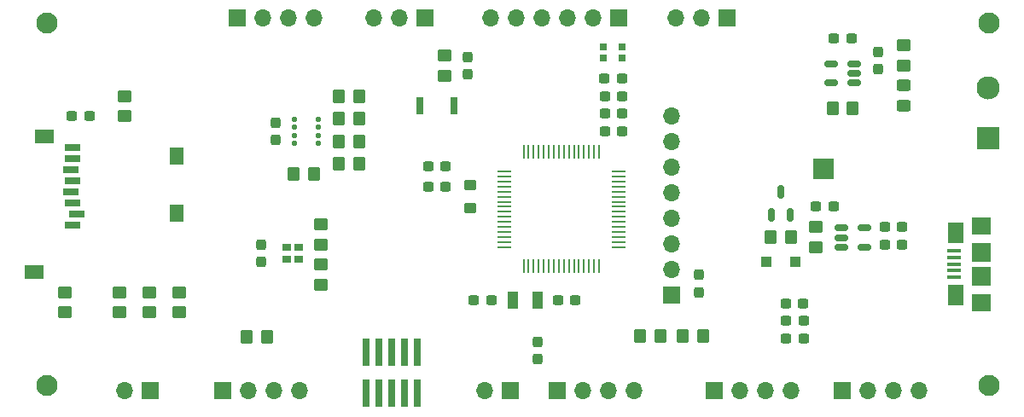
<source format=gbr>
%TF.GenerationSoftware,KiCad,Pcbnew,7.0.2-0*%
%TF.CreationDate,2024-03-04T00:44:33-08:00*%
%TF.ProjectId,EE156_4_Layer,45453135-365f-4345-9f4c-617965722e6b,rev?*%
%TF.SameCoordinates,Original*%
%TF.FileFunction,Soldermask,Top*%
%TF.FilePolarity,Negative*%
%FSLAX46Y46*%
G04 Gerber Fmt 4.6, Leading zero omitted, Abs format (unit mm)*
G04 Created by KiCad (PCBNEW 7.0.2-0) date 2024-03-04 00:44:33*
%MOMM*%
%LPD*%
G01*
G04 APERTURE LIST*
G04 Aperture macros list*
%AMRoundRect*
0 Rectangle with rounded corners*
0 $1 Rounding radius*
0 $2 $3 $4 $5 $6 $7 $8 $9 X,Y pos of 4 corners*
0 Add a 4 corners polygon primitive as box body*
4,1,4,$2,$3,$4,$5,$6,$7,$8,$9,$2,$3,0*
0 Add four circle primitives for the rounded corners*
1,1,$1+$1,$2,$3*
1,1,$1+$1,$4,$5*
1,1,$1+$1,$6,$7*
1,1,$1+$1,$8,$9*
0 Add four rect primitives between the rounded corners*
20,1,$1+$1,$2,$3,$4,$5,0*
20,1,$1+$1,$4,$5,$6,$7,0*
20,1,$1+$1,$6,$7,$8,$9,0*
20,1,$1+$1,$8,$9,$2,$3,0*%
G04 Aperture macros list end*
%ADD10R,0.660400X2.768600*%
%ADD11R,1.346200X0.279400*%
%ADD12R,0.279400X1.346200*%
%ADD13RoundRect,0.250000X0.450000X-0.350000X0.450000X0.350000X-0.450000X0.350000X-0.450000X-0.350000X0*%
%ADD14RoundRect,0.237500X0.237500X-0.300000X0.237500X0.300000X-0.237500X0.300000X-0.237500X-0.300000X0*%
%ADD15R,0.800000X1.700000*%
%ADD16R,1.700000X1.700000*%
%ADD17O,1.700000X1.700000*%
%ADD18R,1.000000X1.800000*%
%ADD19RoundRect,0.250000X0.300000X0.300000X-0.300000X0.300000X-0.300000X-0.300000X0.300000X-0.300000X0*%
%ADD20RoundRect,0.125000X-0.137500X0.125000X-0.137500X-0.125000X0.137500X-0.125000X0.137500X0.125000X0*%
%ADD21R,0.812800X0.660400*%
%ADD22RoundRect,0.150000X-0.512500X-0.150000X0.512500X-0.150000X0.512500X0.150000X-0.512500X0.150000X0*%
%ADD23RoundRect,0.150000X0.512500X0.150000X-0.512500X0.150000X-0.512500X-0.150000X0.512500X-0.150000X0*%
%ADD24R,2.000000X2.000000*%
%ADD25RoundRect,0.250000X-0.450000X0.350000X-0.450000X-0.350000X0.450000X-0.350000X0.450000X0.350000X0*%
%ADD26RoundRect,0.250000X0.350000X0.450000X-0.350000X0.450000X-0.350000X-0.450000X0.350000X-0.450000X0*%
%ADD27RoundRect,0.250000X-0.350000X-0.450000X0.350000X-0.450000X0.350000X0.450000X-0.350000X0.450000X0*%
%ADD28RoundRect,0.150000X0.150000X-0.512500X0.150000X0.512500X-0.150000X0.512500X-0.150000X-0.512500X0*%
%ADD29RoundRect,0.250000X-0.350000X0.275000X-0.350000X-0.275000X0.350000X-0.275000X0.350000X0.275000X0*%
%ADD30R,1.900000X1.400000*%
%ADD31R,1.400000X1.800000*%
%ADD32R,1.500000X0.800000*%
%ADD33C,2.300000*%
%ADD34R,2.300000X2.300000*%
%ADD35R,1.900000X1.800000*%
%ADD36R,1.900000X1.900000*%
%ADD37R,1.600000X2.100000*%
%ADD38R,1.350000X0.400000*%
%ADD39C,2.100000*%
%ADD40RoundRect,0.250000X0.450000X-0.325000X0.450000X0.325000X-0.450000X0.325000X-0.450000X-0.325000X0*%
%ADD41R,0.700000X0.700000*%
%ADD42RoundRect,0.237500X-0.237500X0.300000X-0.237500X-0.300000X0.237500X-0.300000X0.237500X0.300000X0*%
%ADD43RoundRect,0.237500X-0.300000X-0.237500X0.300000X-0.237500X0.300000X0.237500X-0.300000X0.237500X0*%
%ADD44RoundRect,0.237500X0.300000X0.237500X-0.300000X0.237500X-0.300000X-0.237500X0.300000X-0.237500X0*%
G04 APERTURE END LIST*
D10*
%TO.C,J4*%
X194500000Y-122460004D03*
X194500000Y-126500000D03*
X193230000Y-122460004D03*
X193230000Y-126500000D03*
X191960000Y-122460004D03*
X191960000Y-126500000D03*
X190690000Y-122460004D03*
X190690000Y-126500000D03*
X189420000Y-122460004D03*
X189420000Y-126500000D03*
%TD*%
D11*
%TO.C,U1*%
X203146200Y-112000000D03*
X203146200Y-111500001D03*
X203146200Y-111000000D03*
X203146200Y-110500001D03*
X203146200Y-109999999D03*
X203146200Y-109500000D03*
X203146200Y-109000001D03*
X203146200Y-108500000D03*
X203146200Y-108000000D03*
X203146200Y-107499999D03*
X203146200Y-107000000D03*
X203146200Y-106500001D03*
X203146200Y-105999999D03*
X203146200Y-105500000D03*
X203146200Y-104999999D03*
X203146200Y-104500000D03*
D12*
X205073100Y-102573100D03*
X205573099Y-102573100D03*
X206073100Y-102573100D03*
X206573099Y-102573100D03*
X207073101Y-102573100D03*
X207573100Y-102573100D03*
X208073099Y-102573100D03*
X208573100Y-102573100D03*
X209073100Y-102573100D03*
X209573101Y-102573100D03*
X210073100Y-102573100D03*
X210573099Y-102573100D03*
X211073101Y-102573100D03*
X211573100Y-102573100D03*
X212073101Y-102573100D03*
X212573100Y-102573100D03*
D11*
X214500000Y-104500000D03*
X214500000Y-104999999D03*
X214500000Y-105500000D03*
X214500000Y-105999999D03*
X214500000Y-106500001D03*
X214500000Y-107000000D03*
X214500000Y-107499999D03*
X214500000Y-108000000D03*
X214500000Y-108500000D03*
X214500000Y-109000001D03*
X214500000Y-109500000D03*
X214500000Y-109999999D03*
X214500000Y-110500001D03*
X214500000Y-111000000D03*
X214500000Y-111500001D03*
X214500000Y-112000000D03*
D12*
X212573100Y-113926900D03*
X212073101Y-113926900D03*
X211573100Y-113926900D03*
X211073101Y-113926900D03*
X210573099Y-113926900D03*
X210073100Y-113926900D03*
X209573101Y-113926900D03*
X209073100Y-113926900D03*
X208573100Y-113926900D03*
X208073099Y-113926900D03*
X207573100Y-113926900D03*
X207073101Y-113926900D03*
X206573099Y-113926900D03*
X206073100Y-113926900D03*
X205573099Y-113926900D03*
X205073100Y-113926900D03*
%TD*%
D13*
%TO.C,R3*%
X197250000Y-95000000D03*
X197250000Y-93000000D03*
%TD*%
D14*
%TO.C,C6*%
X199500000Y-94862500D03*
X199500000Y-93137500D03*
%TD*%
D15*
%TO.C,S1*%
X198200000Y-98000000D03*
X194800000Y-98000000D03*
%TD*%
D16*
%TO.C,J16*%
X219750000Y-116790000D03*
D17*
X219750000Y-114250000D03*
X219750000Y-111710000D03*
X219750000Y-109170000D03*
X219750000Y-106630000D03*
X219750000Y-104090000D03*
X219750000Y-101550000D03*
X219750000Y-99010000D03*
%TD*%
D18*
%TO.C,X1*%
X204000000Y-117250000D03*
X206500000Y-117250000D03*
%TD*%
D19*
%TO.C,D2*%
X232000000Y-113500000D03*
X229200000Y-113500000D03*
%TD*%
D20*
%TO.C,U6*%
X182312500Y-99300000D03*
X182312500Y-100100000D03*
X182312500Y-100900000D03*
X182312500Y-101700000D03*
X184687500Y-101700000D03*
X184687500Y-100900000D03*
X184687500Y-100100000D03*
X184687500Y-99300000D03*
%TD*%
D21*
%TO.C,U4*%
X182750000Y-112050002D03*
X182750000Y-113250000D03*
X181556200Y-113250000D03*
X181556200Y-112050002D03*
%TD*%
D22*
%TO.C,U3*%
X238862500Y-110100000D03*
X238862500Y-112000000D03*
X236587500Y-112000000D03*
X236587500Y-111050000D03*
X236587500Y-110100000D03*
%TD*%
D23*
%TO.C,U2*%
X235612500Y-95700000D03*
X235612500Y-93800000D03*
X237887500Y-93800000D03*
X237887500Y-94750000D03*
X237887500Y-95700000D03*
%TD*%
D24*
%TO.C,TP1*%
X234862500Y-104250000D03*
%TD*%
D13*
%TO.C,R22*%
X185000000Y-113750000D03*
X185000000Y-115750000D03*
%TD*%
D25*
%TO.C,R21*%
X185000000Y-111750000D03*
X185000000Y-109750000D03*
%TD*%
D13*
%TO.C,R18*%
X170900000Y-116500000D03*
X170900000Y-118500000D03*
%TD*%
%TO.C,R17*%
X167950000Y-116500000D03*
X167950000Y-118500000D03*
%TD*%
%TO.C,R16*%
X165000000Y-116500000D03*
X165000000Y-118500000D03*
%TD*%
%TO.C,R15*%
X159550000Y-116500000D03*
X159550000Y-118500000D03*
%TD*%
D26*
%TO.C,R14*%
X186750000Y-99250000D03*
X188750000Y-99250000D03*
%TD*%
%TO.C,R13*%
X186750000Y-101500000D03*
X188750000Y-101500000D03*
%TD*%
%TO.C,R12*%
X186750000Y-103750000D03*
X188750000Y-103750000D03*
%TD*%
D27*
%TO.C,R11*%
X184250000Y-104750000D03*
X182250000Y-104750000D03*
%TD*%
D25*
%TO.C,R10*%
X165500000Y-99000000D03*
X165500000Y-97000000D03*
%TD*%
D27*
%TO.C,R9*%
X188750000Y-97000000D03*
X186750000Y-97000000D03*
%TD*%
D26*
%TO.C,R8*%
X235750000Y-98250000D03*
X237750000Y-98250000D03*
%TD*%
D13*
%TO.C,R7*%
X234112500Y-110000000D03*
X234112500Y-112000000D03*
%TD*%
D25*
%TO.C,R6*%
X242750000Y-93975000D03*
X242750000Y-91975000D03*
%TD*%
D26*
%TO.C,R5*%
X229612500Y-111000000D03*
X231612500Y-111000000D03*
%TD*%
%TO.C,R4*%
X177600000Y-120900000D03*
X179600000Y-120900000D03*
%TD*%
D27*
%TO.C,R2*%
X218650000Y-120800000D03*
X216650000Y-120800000D03*
%TD*%
%TO.C,R1*%
X222900000Y-120800000D03*
X220900000Y-120800000D03*
%TD*%
D28*
%TO.C,Q1*%
X230612500Y-106500000D03*
X231562500Y-108775000D03*
X229662500Y-108775000D03*
%TD*%
D29*
%TO.C,L1*%
X199750000Y-108150000D03*
X199750000Y-105850000D03*
%TD*%
D17*
%TO.C,J15*%
X184250000Y-89250000D03*
X181710000Y-89250000D03*
X179170000Y-89250000D03*
D16*
X176630000Y-89250000D03*
%TD*%
D30*
%TO.C,J14*%
X156500000Y-114500000D03*
X157500000Y-100990000D03*
D31*
X170650000Y-102950000D03*
X170650000Y-108650000D03*
D32*
X160350000Y-102140000D03*
X160350000Y-103240000D03*
X160150000Y-104340000D03*
X160350000Y-105440000D03*
X160150000Y-106540000D03*
X160350000Y-107640000D03*
X160750000Y-108740000D03*
X160350000Y-109840000D03*
%TD*%
D33*
%TO.C,J13*%
X251200000Y-96200000D03*
D34*
X251200000Y-101200000D03*
%TD*%
D17*
%TO.C,J12*%
X244330000Y-126250000D03*
X241790000Y-126250000D03*
X239250000Y-126250000D03*
D16*
X236710000Y-126250000D03*
%TD*%
D17*
%TO.C,J11*%
X231580000Y-126250000D03*
X229040000Y-126250000D03*
X226500000Y-126250000D03*
D16*
X223960000Y-126250000D03*
%TD*%
D35*
%TO.C,J10*%
X250500000Y-117500000D03*
X250500000Y-109900000D03*
D36*
X250500000Y-114900000D03*
X250500000Y-112500000D03*
D37*
X247950000Y-116800000D03*
X247950000Y-110600000D03*
D38*
X247825000Y-115000000D03*
X247825000Y-113050000D03*
X247825000Y-112400000D03*
X247825000Y-114350000D03*
X247825000Y-113700000D03*
%TD*%
D17*
%TO.C,J8*%
X182870000Y-126250000D03*
X180330000Y-126250000D03*
X177790000Y-126250000D03*
D16*
X175250000Y-126250000D03*
%TD*%
D17*
%TO.C,J7*%
X201800000Y-89250000D03*
X204340000Y-89250000D03*
X206880000Y-89250000D03*
X209420000Y-89250000D03*
X211960000Y-89250000D03*
D16*
X214500000Y-89250000D03*
%TD*%
D17*
%TO.C,J6*%
X201210000Y-126250000D03*
D16*
X203750000Y-126250000D03*
%TD*%
D17*
%TO.C,J5*%
X216000000Y-126250000D03*
X213460000Y-126250000D03*
X210920000Y-126250000D03*
D16*
X208380000Y-126250000D03*
%TD*%
%TO.C,J3*%
X225250000Y-89250000D03*
D17*
X222710000Y-89250000D03*
X220170000Y-89250000D03*
%TD*%
%TO.C,J2*%
X190195000Y-89250000D03*
X192735000Y-89250000D03*
D16*
X195275000Y-89250000D03*
%TD*%
D17*
%TO.C,J1*%
X165500000Y-126250000D03*
D16*
X168040000Y-126250000D03*
%TD*%
D39*
%TO.C,H4*%
X251250000Y-125750000D03*
%TD*%
%TO.C,H3*%
X251250000Y-89750000D03*
%TD*%
%TO.C,H2*%
X157750000Y-125750000D03*
%TD*%
%TO.C,H1*%
X157750000Y-89750000D03*
%TD*%
D40*
%TO.C,D3*%
X242750000Y-95950000D03*
X242750000Y-98000000D03*
%TD*%
D41*
%TO.C,D1*%
X213000000Y-93200000D03*
X213000000Y-92100000D03*
X214830000Y-92100000D03*
X214830000Y-93200000D03*
%TD*%
D42*
%TO.C,C22*%
X180500000Y-101362500D03*
X180500000Y-99637500D03*
%TD*%
D43*
%TO.C,C21*%
X162000000Y-99000000D03*
X160275000Y-99000000D03*
%TD*%
D42*
%TO.C,C20*%
X179000000Y-113500000D03*
X179000000Y-111775000D03*
%TD*%
D43*
%TO.C,C19*%
X242612500Y-111750000D03*
X240887500Y-111750000D03*
%TD*%
%TO.C,C18*%
X242612500Y-109990000D03*
X240887500Y-109990000D03*
%TD*%
D42*
%TO.C,C17*%
X240250000Y-94362500D03*
X240250000Y-92637500D03*
%TD*%
D43*
%TO.C,C16*%
X232862500Y-121100000D03*
X231137500Y-121100000D03*
%TD*%
%TO.C,C15*%
X232862500Y-119300000D03*
X231137500Y-119300000D03*
%TD*%
D44*
%TO.C,C14*%
X234112500Y-108000000D03*
X235837500Y-108000000D03*
%TD*%
D43*
%TO.C,C13*%
X232825000Y-117600000D03*
X231100000Y-117600000D03*
%TD*%
D42*
%TO.C,C12*%
X206500000Y-123112500D03*
X206500000Y-121387500D03*
%TD*%
D43*
%TO.C,C11*%
X237612500Y-91250000D03*
X235887500Y-91250000D03*
%TD*%
D44*
%TO.C,C10*%
X195637500Y-106000000D03*
X197362500Y-106000000D03*
%TD*%
%TO.C,C9*%
X195637500Y-104000000D03*
X197362500Y-104000000D03*
%TD*%
D43*
%TO.C,C8*%
X214862500Y-98750000D03*
X213137500Y-98750000D03*
%TD*%
%TO.C,C7*%
X214862500Y-100500000D03*
X213137500Y-100500000D03*
%TD*%
%TO.C,C5*%
X214875000Y-97050000D03*
X213150000Y-97050000D03*
%TD*%
%TO.C,C4*%
X214825000Y-95250000D03*
X213100000Y-95250000D03*
%TD*%
D42*
%TO.C,C3*%
X222500000Y-116475000D03*
X222500000Y-114750000D03*
%TD*%
D44*
%TO.C,C2*%
X208500000Y-117250000D03*
X210225000Y-117250000D03*
%TD*%
D43*
%TO.C,C1*%
X201862500Y-117250000D03*
X200137500Y-117250000D03*
%TD*%
M02*

</source>
